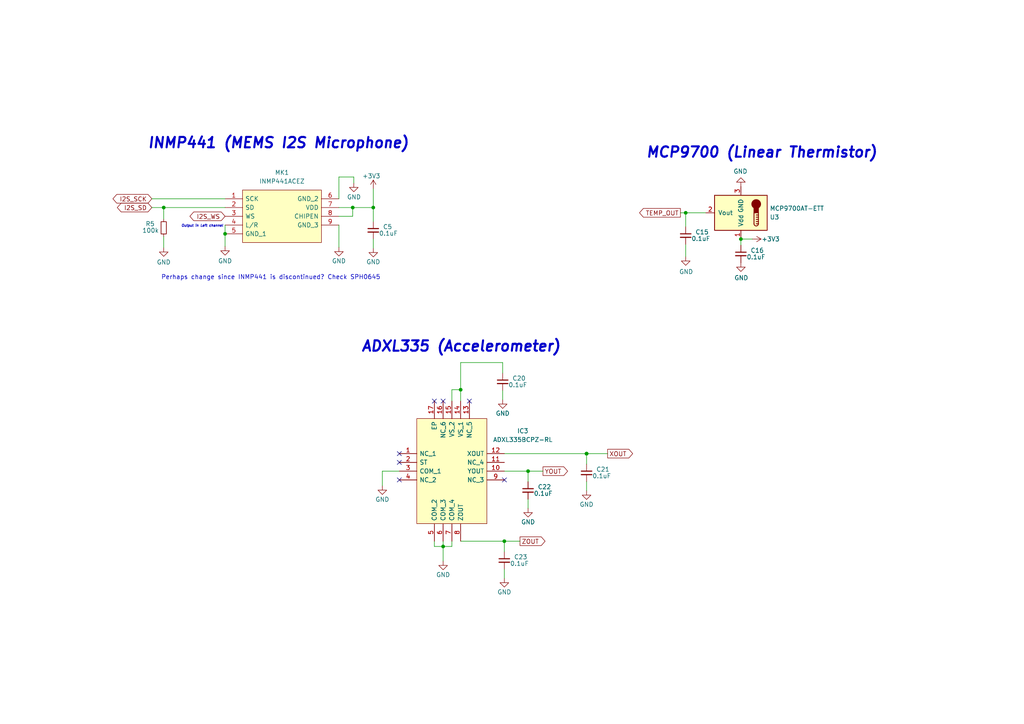
<source format=kicad_sch>
(kicad_sch (version 20211123) (generator eeschema)
  (paper "A4")
  (lib_symbols
    (symbol "ADXL335BCPZ-RL:ADXL335BCPZ-RL" (pin_names (offset 0.762))
      (property "Reference" "IC?" (at 35.814 6.5788 0))
      (property "Value" "ADXL335BCPZ-RL" (at 35.814 4.0388 0))
      (symbol "ADXL335BCPZ-RL_0_0"
        (pin passive line (at 0 0 0) (length 5.08) (name "NC_1") (number "1"))
        (pin passive line (at 30.48 -5.08 180) (length 5.08) (name "YOUT") (number "10"))
        (pin passive line (at 30.48 -2.54 180) (length 5.08) (name "NC_4") (number "11"))
        (pin passive line (at 30.48 0 180) (length 5.08) (name "XOUT") (number "12"))
        (pin passive line (at 20.32 15.24 270) (length 5.08) (name "NC_5") (number "13"))
        (pin passive line (at 17.78 15.24 270) (length 5.08) (name "VS_1") (number "14"))
        (pin passive line (at 15.24 15.24 270) (length 5.08) (name "VS_2") (number "15"))
        (pin passive line (at 12.7 15.24 270) (length 5.08) (name "NC_6") (number "16"))
        (pin passive line (at 10.16 15.24 270) (length 5.08) (name "EP") (number "17"))
        (pin passive line (at 0 -2.54 0) (length 5.08) (name "ST") (number "2"))
        (pin passive line (at 0 -5.08 0) (length 5.08) (name "COM_1") (number "3"))
        (pin passive line (at 0 -7.62 0) (length 5.08) (name "NC_2") (number "4"))
        (pin passive line (at 10.16 -25.4 90) (length 5.08) (name "COM_2") (number "5"))
        (pin passive line (at 12.7 -25.4 90) (length 5.08) (name "COM_3") (number "6"))
        (pin passive line (at 15.24 -25.4 90) (length 5.08) (name "COM_4") (number "7"))
        (pin passive line (at 17.78 -25.4 90) (length 5.08) (name "ZOUT") (number "8"))
        (pin passive line (at 30.48 -7.62 180) (length 5.08) (name "NC_3") (number "9"))
      )
      (symbol "ADXL335BCPZ-RL_0_1"
        (polyline (pts (xy 5.08 10.16) (xy 25.4 10.16) (xy 25.4 -20.32) (xy 5.08 -20.32) (xy 5.08 10.16)) (stroke (width 0.1524)) (fill (type background)))
      )
    )
    (symbol "Device:C_Small" (pin_numbers hide) (pin_names (offset 0.254) hide)
      (property "Reference" "C" (at 0.254 1.778 0))
      (property "Value" "C_Small" (at 0.254 -2.032 0))
      (symbol "C_Small_0_1"
        (polyline (pts (xy -1.524 -0.508) (xy 1.524 -0.508)) (stroke (width 0.3302)))
        (polyline (pts (xy -1.524 0.508) (xy 1.524 0.508)) (stroke (width 0.3048)))
      )
      (symbol "C_Small_1_1"
        (pin passive line (at 0 2.54 270) (length 2.032) (name "~") (number "1"))
        (pin passive line (at 0 -2.54 90) (length 2.032) (name "~") (number "2"))
      )
    )
    (symbol "Device:R_Small" (pin_numbers hide) (pin_names (offset 0.254) hide)
      (property "Reference" "R" (at 0.762 0.508 0))
      (property "Value" "R_Small" (at 0.762 -1.016 0))
      (symbol "R_Small_0_1"
        (rectangle (start -0.762 1.778) (end 0.762 -1.778) (stroke (width 0.2032)))
      )
      (symbol "R_Small_1_1"
        (pin passive line (at 0 2.54 270) (length 0.762) (name "~") (number "1"))
        (pin passive line (at 0 -2.54 90) (length 0.762) (name "~") (number "2"))
      )
    )
    (symbol "INMP441ACEZ:INMP441ACEZ" (pin_names (offset 0.762))
      (property "Reference" "MK1" (at 16.51 7.62 0))
      (property "Value" "INMP441ACEZ" (at 16.51 5.08 0))
      (symbol "INMP441ACEZ_0_0"
        (pin passive line (at 0 0 0) (length 5.08) (name "SCK") (number "1"))
        (pin passive line (at 0 -2.54 0) (length 5.08) (name "SD") (number "2"))
        (pin passive line (at 0 -5.08 0) (length 5.08) (name "WS") (number "3"))
        (pin passive line (at 0 -7.62 0) (length 5.08) (name "L/R") (number "4"))
        (pin passive line (at 0 -10.16 0) (length 5.08) (name "GND_1") (number "5"))
        (pin passive line (at 33.02 0 180) (length 5.08) (name "GND_2") (number "6"))
        (pin passive line (at 33.02 -2.54 180) (length 5.08) (name "VDD") (number "7"))
        (pin passive line (at 33.02 -5.08 180) (length 5.08) (name "CHIPEN") (number "8"))
        (pin passive line (at 33.02 -7.62 180) (length 5.08) (name "GND_3") (number "9"))
      )
      (symbol "INMP441ACEZ_0_1"
        (polyline (pts (xy 5.08 2.54) (xy 27.94 2.54) (xy 27.94 -12.7) (xy 5.08 -12.7) (xy 5.08 2.54)) (stroke (width 0.1524)) (fill (type background)))
      )
    )
    (symbol "Sensor_Temperature:MCP9700AT-ETT" (pin_names (offset 1.016))
      (property "Reference" "U" (at -6.35 6.35 0))
      (property "Value" "MCP9700AT-ETT" (at 1.27 6.35 0))
      (symbol "MCP9700AT-ETT_0_1"
        (rectangle (start -7.62 5.08) (end 7.62 -5.08) (stroke (width 0.254)) (fill (type background)))
        (circle (center -4.445 -2.54) (radius 1.27) (stroke (width 0.254)) (fill (type outline)))
        (rectangle (start -3.81 -1.905) (end -5.08 0) (stroke (width 0.254)) (fill (type outline)))
        (arc (start -3.81 3.175) (mid -4.445 3.81) (end -5.08 3.175) (stroke (width 0.254)))
        (polyline (pts (xy -5.08 0.635) (xy -4.445 0.635)) (stroke (width 0.254)))
        (polyline (pts (xy -5.08 1.27) (xy -4.445 1.27)) (stroke (width 0.254)))
        (polyline (pts (xy -5.08 1.905) (xy -4.445 1.905)) (stroke (width 0.254)))
        (polyline (pts (xy -5.08 2.54) (xy -4.445 2.54)) (stroke (width 0.254)))
        (polyline (pts (xy -5.08 3.175) (xy -5.08 0)) (stroke (width 0.254)))
        (polyline (pts (xy -5.08 3.175) (xy -4.445 3.175)) (stroke (width 0.254)))
        (polyline (pts (xy -3.81 3.175) (xy -3.81 0)) (stroke (width 0.254)))
      )
      (symbol "MCP9700AT-ETT_1_1"
        (pin power_in line (at 0 7.62 270) (length 2.54) (name "Vdd") (number "1"))
        (pin output line (at 10.16 0 180) (length 2.54) (name "Vout") (number "2"))
        (pin power_in line (at 0 -7.62 90) (length 2.54) (name "GND") (number "3"))
      )
    )
    (symbol "power:+3V3" (power) (pin_names (offset 0))
      (property "Value" "+3V3" (at 0 3.556 0))
      (symbol "+3V3_0_1"
        (polyline (pts (xy -0.762 1.27) (xy 0 2.54)))
        (polyline (pts (xy 0 0) (xy 0 2.54)))
        (polyline (pts (xy 0 2.54) (xy 0.762 1.27)))
      )
      (symbol "+3V3_1_1"
        (pin power_in line (at 0 0 90) (length 0) hide (name "+3V3") (number "1"))
      )
    )
    (symbol "power:GND" (power) (pin_names (offset 0))
      (property "Value" "GND" (at 0 -3.81 0))
      (symbol "GND_0_1"
        (polyline (pts (xy 0 0) (xy 0 -1.27) (xy 1.27 -1.27) (xy 0 -2.54) (xy -1.27 -1.27) (xy 0 -1.27)))
      )
      (symbol "GND_1_1"
        (pin power_in line (at 0 0 270) (length 0) hide (name "GND") (number "1"))
      )
    )
  )
  (junction (at 65.278 67.818))
  (junction (at 133.604 113.032))
  (junction (at 214.884 69.342))
  (junction (at 128.524 158.496))
  (junction (at 198.882 61.722))
  (junction (at 47.4813 60.198))
  (junction (at 102.2982 60.198))
  (junction (at 153.162 136.654))
  (junction (at 170.1279 131.574))
  (junction (at 108.2666 60.198))
  (junction (at 146.2749 156.974))
  (junction (at 170.1279 131.5686))
  (no_connect (at 136.144 116.334))
  (no_connect (at 146.304 139.194))
  (no_connect (at 115.824 131.574))
  (no_connect (at 128.524 116.334))
  (no_connect (at 115.824 139.194))
  (no_connect (at 125.984 116.334))
  (no_connect (at 115.824 134.114))
  (wire (pts (xy 214.884 69.342) (xy 218.186 69.342)))
  (wire (pts (xy 170.1279 131.574) (xy 170.1279 134.6166)))
  (wire (pts (xy 44.0409 60.198) (xy 47.4813 60.198)))
  (wire (pts (xy 133.604 105.158) (xy 133.604 113.032)))
  (wire (pts (xy 146.304 131.574) (xy 170.1279 131.574)))
  (wire (pts (xy 146.2749 156.974) (xy 150.8169 156.974)))
  (wire (pts (xy 145.796 113.286) (xy 145.796 115.9227)))
  (wire (pts (xy 108.2666 60.198) (xy 108.2666 64.262)))
  (wire (pts (xy 131.064 116.334) (xy 131.064 113.032)))
  (wire (pts (xy 145.796 105.158) (xy 145.796 108.206)))
  (wire (pts (xy 176.2292 131.5686) (xy 170.1279 131.5686)))
  (wire (pts (xy 102.616 53.086) (xy 102.616 51.3408)))
  (wire (pts (xy 98.298 62.738) (xy 102.2982 62.738)))
  (wire (pts (xy 108.2666 69.342) (xy 108.2666 71.9787)))
  (wire (pts (xy 102.616 51.3408) (xy 98.298 51.3408)))
  (wire (pts (xy 102.2982 60.198) (xy 108.2666 60.198)))
  (wire (pts (xy 110.8923 136.654) (xy 110.8923 140.8823)))
  (wire (pts (xy 125.984 158.496) (xy 128.524 158.496)))
  (wire (pts (xy 153.162 144.782) (xy 153.162 147.4187)))
  (wire (pts (xy 153.162 136.654) (xy 157.4807 136.654)))
  (wire (pts (xy 214.884 69.342) (xy 214.884 71.12)))
  (wire (pts (xy 65.278 67.818) (xy 65.278 71.4597)))
  (wire (pts (xy 146.304 136.654) (xy 153.162 136.654)))
  (wire (pts (xy 128.524 158.496) (xy 128.524 162.7243)))
  (wire (pts (xy 133.604 113.032) (xy 133.604 116.334)))
  (wire (pts (xy 133.604 105.158) (xy 145.796 105.158)))
  (wire (pts (xy 110.8923 136.654) (xy 115.824 136.654)))
  (wire (pts (xy 170.1279 139.6966) (xy 170.1279 142.3333)))
  (wire (pts (xy 153.162 136.654) (xy 153.162 139.702)))
  (wire (pts (xy 131.064 113.032) (xy 133.604 113.032)))
  (wire (pts (xy 198.882 61.722) (xy 198.882 65.786)))
  (wire (pts (xy 47.4813 60.198) (xy 65.278 60.198)))
  (wire (pts (xy 47.4813 68.6195) (xy 47.4813 71.816)))
  (wire (pts (xy 133.604 156.974) (xy 146.2749 156.974)))
  (wire (pts (xy 98.298 65.278) (xy 98.298 71.7104)))
  (wire (pts (xy 198.882 61.722) (xy 204.724 61.722)))
  (wire (pts (xy 146.2749 165.102) (xy 146.2749 167.7387)))
  (wire (pts (xy 128.524 156.974) (xy 128.524 158.496)))
  (wire (pts (xy 47.4813 60.198) (xy 47.4813 63.5395)))
  (wire (pts (xy 197.358 61.722) (xy 198.882 61.722)))
  (wire (pts (xy 102.2982 62.738) (xy 102.2982 60.198)))
  (wire (pts (xy 131.064 158.496) (xy 128.524 158.496)))
  (wire (pts (xy 44.0409 57.658) (xy 65.278 57.658)))
  (wire (pts (xy 98.298 51.3408) (xy 98.298 57.658)))
  (wire (pts (xy 131.064 156.974) (xy 131.064 158.496)))
  (wire (pts (xy 108.2666 54.7617) (xy 108.2666 60.198)))
  (wire (pts (xy 146.2749 156.974) (xy 146.2749 160.022)))
  (wire (pts (xy 98.298 60.198) (xy 102.2982 60.198)))
  (wire (pts (xy 198.882 70.866) (xy 198.882 74.422)))
  (wire (pts (xy 170.1279 131.5686) (xy 170.1279 131.574)))
  (wire (pts (xy 65.278 65.278) (xy 65.278 67.818)))
  (wire (pts (xy 125.984 156.974) (xy 125.984 158.496)))
  (text "MCP9700 (Linear Thermistor)" (at 187.198 46.101 0) (effects (font (size 3 3) bold italic) (justify left bottom)))
  (text "ADXL335 (Accelerometer)" (at 104.648 102.362 0) (effects (font (size 3 3) bold italic) (justify left bottom)))
  (text "INMP441 (MEMS I2S Microphone) " (at 42.6553 43.368 0) (effects (font (size 3 3) bold italic) (justify left bottom)))
  (text "Output in Left channel" (at 52.578 66.04 0) (effects (font (size 0.7 0.7) italic) (justify left bottom)))
  (text "Perhaps change since INMP441 is discontinued? Check SPH0645 " (at 46.736 81.28 0) (effects (font (size 1.27 1.27)) (justify left bottom)))
  (global_label "ZOUT" (shape output) (at 150.8169 156.974 0) (property "Intersheet References" "${INTERSHEET_REFS}" (effects hide)))
  (global_label "I2S_WS" (shape bidirectional) (at 65.278 62.738 180) (property "Intersheet References" "${INTERSHEET_REFS}" (effects hide)))
  (global_label "I2S_SD" (shape bidirectional) (at 44.0409 60.198 180) (property "Intersheet References" "${INTERSHEET_REFS}" (effects hide)))
  (global_label "I2S_SCK" (shape bidirectional) (at 44.0409 57.658 180) (property "Intersheet References" "${INTERSHEET_REFS}" (effects hide)))
  (global_label "YOUT" (shape output) (at 157.4807 136.654 0) (property "Intersheet References" "${INTERSHEET_REFS}" (effects hide)))
  (global_label "TEMP_OUT" (shape output) (at 197.358 61.722 180) (property "Intersheet References" "${INTERSHEET_REFS}" (effects hide)))
  (global_label "XOUT" (shape output) (at 176.2292 131.5686 0) (property "Intersheet References" "${INTERSHEET_REFS}" (effects hide)))
  (symbol (lib_id "power:GND") (at 146.2749 167.7387 0) (unit 1)
    (property "Reference" "#PWR0102" (effects hide))
    (property "Value" "GND" (at 146.2749 171.7203 0))
  )
  (symbol (lib_id "Device:R_Small") (at 47.4813 66.0795 0) (unit 1)
    (property "Reference" "R5" (at 43.5443 64.9365 0))
    (property "Value" "100k" (at 43.6713 66.8415 0))
    (property "Footprint" "Resistor_SMD:R_0402_1005Metric" (effects hide))
  )
  (symbol (lib_id "power:GND") (at 214.884 54.102 180) (unit 1)
    (property "Reference" "#PWR031" (effects hide))
    (property "Value" "GND" (at 214.757 49.7078 0))
  )
  (symbol (lib_id "power:GND") (at 108.2666 71.9787 0) (unit 1)
    (property "Reference" "#PWR023" (effects hide))
    (property "Value" "GND" (at 108.2666 75.9603 0))
  )
  (symbol (lib_id "INMP441ACEZ:INMP441ACEZ") (at 65.278 57.658 0) (unit 1)
    (property "Reference" "MK1" (at 81.788 50.038 0))
    (property "Value" "INMP441ACEZ" (at 81.788 52.578 0))
    (property "Footprint" "INMP441:INMP441ACEZ" (effects hide))
    (property "Datasheet" "https://componentsearchengine.com/Datasheets/2/INMP441ACEZ.pdf" (effects hide))
    (property "Description" "INVENSENSE - INMP441ACEZ - Audio Control, 1.8V to 3.3V, Serial, LGA, 9 Pins, -40 C" (effects hide))
    (property "Height" "1.05" (effects hide))
    (property "Manufacturer_Name" "TDK" (effects hide))
    (property "Manufacturer_Part_Number" "INMP441ACEZ" (effects hide))
  )
  (symbol (lib_id "power:GND") (at 65.278 71.4597 0) (unit 1)
    (property "Reference" "#PWR020" (effects hide))
    (property "Value" "GND" (at 65.278 75.692 0))
  )
  (symbol (lib_id "Device:C_Small") (at 198.882 68.326 0) (unit 1)
    (property "Reference" "C15" (at 201.676 67.31 0) (effects (justify left)))
    (property "Value" "0.1uF" (at 200.533 69.215 0) (effects (justify left)))
    (property "Footprint" "Capacitor_SMD:C_0402_1005Metric" (effects hide))
  )
  (symbol (lib_id "power:GND") (at 110.8923 140.8823 0) (unit 1)
    (property "Reference" "#PWR0105" (effects hide))
    (property "Value" "GND" (at 110.8923 144.8639 0))
  )
  (symbol (lib_id "power:GND") (at 145.796 115.9227 0) (unit 1)
    (property "Reference" "#PWR0106" (effects hide))
    (property "Value" "GND" (at 145.796 119.9043 0))
  )
  (symbol (lib_id "power:+3V3") (at 218.186 69.342 270) (unit 1)
    (property "Reference" "#PWR037" (effects hide))
    (property "Value" "+3V3" (at 223.52 69.342 90))
  )
  (symbol (lib_id "power:GND") (at 102.616 53.086 0) (unit 1)
    (property "Reference" "#PWR017" (effects hide))
    (property "Value" "GND" (at 102.6655 57.15 0))
  )
  (symbol (lib_id "Device:C_Small") (at 170.1279 137.1566 0) (unit 1)
    (property "Reference" "C21" (at 172.9219 136.1406 0) (effects (justify left)))
    (property "Value" "0.1uF" (at 171.7789 138.0456 0) (effects (justify left)))
    (property "Footprint" "Capacitor_SMD:C_0402_1005Metric" (effects hide))
  )
  (symbol (lib_id "power:GND") (at 47.4813 71.816 0) (unit 1)
    (property "Reference" "#PWR022" (effects hide))
    (property "Value" "GND" (at 47.4813 76.0483 0))
  )
  (symbol (lib_id "power:+3V3") (at 108.2666 54.7617 0) (unit 1)
    (property "Reference" "#PWR018" (effects hide))
    (property "Value" "+3V3" (at 107.696 51.054 0))
  )
  (symbol (lib_id "Device:C_Small") (at 146.2749 162.562 0) (unit 1)
    (property "Reference" "C23" (at 149.0689 161.546 0) (effects (justify left)))
    (property "Value" "0.1uF" (at 147.9259 163.451 0) (effects (justify left)))
    (property "Footprint" "Capacitor_SMD:C_0402_1005Metric" (effects hide))
  )
  (symbol (lib_id "power:GND") (at 153.162 147.4187 0) (unit 1)
    (property "Reference" "#PWR0103" (effects hide))
    (property "Value" "GND" (at 153.162 151.4003 0))
  )
  (symbol (lib_id "power:GND") (at 98.298 71.7104 0) (unit 1)
    (property "Reference" "#PWR021" (effects hide))
    (property "Value" "GND" (at 98.298 75.692 0))
  )
  (symbol (lib_id "power:GND") (at 214.884 76.2 0) (unit 1)
    (property "Reference" "#PWR043" (effects hide))
    (property "Value" "GND" (at 215.011 80.5942 0))
  )
  (symbol (lib_id "ADXL335BCPZ-RL:ADXL335BCPZ-RL") (at 115.824 131.574 0) (unit 1)
    (property "Reference" "IC3" (at 151.638 124.9952 0))
    (property "Value" "ADXL335BCPZ-RL" (at 151.638 127.5352 0))
    (property "Footprint" "Package_CSP:LFCSP-16-1EP_4x4mm_P0.65mm_EP2.1x2.1mm" (effects hide))
    (property "Datasheet" "https://www.arrow.com/en/products/adxl335bcpz-rl/analog-devices" (effects hide))
    (property "Description" "Accelerometer" (effects hide))
    (property "Height" "1.5" (effects hide))
    (property "Manufacturer_Name" "Analog Devices" (effects hide))
    (property "Manufacturer_Part_Number" "ADXL335BCPZ-RL" (effects hide))
    (property "Mouser Part Number" "584-ADXL335BCPZ-R" (effects hide))
    (property "Mouser Price/Stock" "https://www.mouser.co.uk/ProductDetail/Analog-Devices/ADXL335BCPZ-RL?qs=WIvQP4zGanhYlKsMiNkFRQ%3D%3D" (effects hide))
    (property "Arrow Part Number" "ADXL335BCPZ-RL" (effects hide))
    (property "Arrow Price/Stock" "https://www.arrow.com/en/products/adxl335bcpz-rl/analog-devices?region=nac" (effects hide))
  )
  (symbol (lib_id "Device:C_Small") (at 108.2666 66.802 0) (unit 1)
    (property "Reference" "C5" (at 111.0606 65.786 0) (effects (justify left)))
    (property "Value" "0.1uF" (at 109.9176 67.691 0) (effects (justify left)))
    (property "Footprint" "Capacitor_SMD:C_0402_1005Metric" (effects hide))
  )
  (symbol (lib_id "Device:C_Small") (at 153.162 142.242 0) (unit 1)
    (property "Reference" "C22" (at 155.956 141.226 0) (effects (justify left)))
    (property "Value" "0.1uF" (at 154.813 143.131 0) (effects (justify left)))
    (property "Footprint" "Capacitor_SMD:C_0402_1005Metric" (effects hide))
  )
  (symbol (lib_id "Device:C_Small") (at 145.796 110.746 0) (unit 1)
    (property "Reference" "C20" (at 148.59 109.73 0) (effects (justify left)))
    (property "Value" "0.1uF" (at 147.447 111.635 0) (effects (justify left)))
    (property "Footprint" "Capacitor_SMD:C_0402_1005Metric" (effects hide))
  )
  (symbol (lib_id "power:GND") (at 128.524 162.7243 0) (unit 1)
    (property "Reference" "#PWR0104" (effects hide))
    (property "Value" "GND" (at 128.524 166.7059 0))
  )
  (symbol (lib_id "power:GND") (at 198.882 74.422 0) (unit 1)
    (property "Reference" "#PWR042" (effects hide))
    (property "Value" "GND" (at 199.009 78.8162 0))
  )
  (symbol (lib_id "Sensor_Temperature:MCP9700AT-ETT") (at 214.884 61.722 180) (unit 1)
    (property "Reference" "U3" (at 223.266 62.9921 0) (effects (justify right)))
    (property "Value" "MCP9700AT-ETT" (at 223.266 60.4521 0) (effects (justify right)))
    (property "Footprint" "Package_TO_SOT_SMD:SOT-23" (effects hide))
    (property "Datasheet" "http://ww1.microchip.com/downloads/en/DeviceDoc/21942e.pdf" (effects hide))
  )
  (symbol (lib_id "Device:C_Small") (at 214.884 73.66 0) (unit 1)
    (property "Reference" "C16" (at 217.678 72.644 0) (effects (justify left)))
    (property "Value" "0.1uF" (at 216.535 74.549 0) (effects (justify left)))
    (property "Footprint" "Capacitor_SMD:C_0402_1005Metric" (effects hide))
  )
  (symbol (lib_id "power:GND") (at 170.1279 142.3333 0) (unit 1)
    (property "Reference" "#PWR0101" (effects hide))
    (property "Value" "GND" (at 170.1279 146.3149 0))
  )
)
</source>
